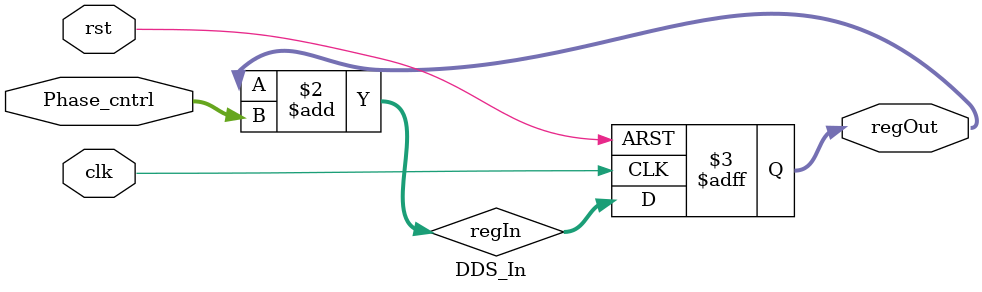
<source format=v>
module DDS_In(input clk, rst,input [1:0] Phase_cntrl, output reg [7:0] regOut);

	wire [7:0] regIn;

	always@(posedge clk, posedge rst)begin
		if(rst)
			regOut <= 8'b0;
		else
			regOut <= regIn;
	end

	assign regIn = regOut + Phase_cntrl;
endmodule
</source>
